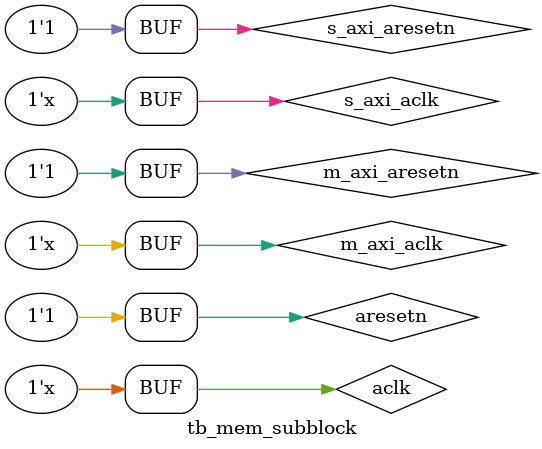
<source format=sv>
`timescale 1ns/1ns
module tb_mem_subblock();

    logic aclk;
    logic aresetn;
    logic m_axi_aclk;
    logic m_axi_aresetn;
    logic s_axi_aclk;
    logic s_axi_aresetn;

    mem_subblock_wrapper mem_subblock_wrapper_i (   
                                                .aclk           (aclk),
                                                .aresetn        (aresetn),
                                                .m_axi_aclk     (m_axi_aclk),
                                                .m_axi_aresetn  (m_axi_aresetn),
                                                .s_axi_aclk     (s_axi_aclk),
                                                .s_axi_aresetn  (s_axi_aresetn)
                                                );

    initial aclk = 0;
    always #10 aclk = ~aclk;
    assign m_axi_aclk = aclk;
    assign s_axi_aclk = aclk;
    //DO them with the same frequency
    initial begin
        aresetn = 1;
        m_axi_aresetn = 1;
        s_axi_aresetn = 1;
        #20
        aresetn = 0;
        m_axi_aresetn = 0;
        s_axi_aresetn = 0;
        #20
        aresetn = 1;
        m_axi_aresetn = 1;
        s_axi_aresetn = 1;
    end
endmodule
</source>
